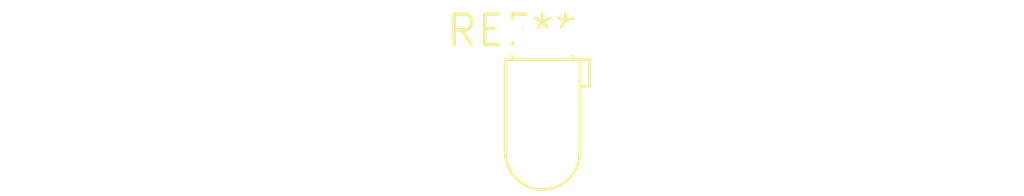
<source format=kicad_pcb>
(kicad_pcb (version 20240108) (generator pcbnew)
  (layers (0 "F.Cu" signal) (31 "B.Cu" signal) (34 "B.Paste" user) (35 "F.Paste" user) (36 "B.SilkS" user "B.Silkscreen") (37 "F.SilkS" user "F.Silkscreen") (38 "B.Mask" user) (39 "F.Mask" user) (44 "Edge.Cuts" user))
  (net 0 "")
  (footprint "LED_D3.0mm_Horizontal_O1.27mm_Z10.0mm" (layer "F.Cu") (at 0 0)
    (property "Reference" "REF**")
    (property "Value" "LED_D3.0mm_Horizontal_O1.27mm_Z10.0mm")
    (fp_line (start -0.29 1.21) (end -0.29 5.07) (layer "F.SilkS") (stroke (width 0.12)))
    (fp_line (start -0.29 1.21) (end 2.83 1.21) (layer "F.SilkS") (stroke (width 0.12)))
    (fp_line (start 0 1.08) (end 0 1.08) (layer "F.SilkS") (stroke (width 0.12)))
    (fp_line (start 0 1.08) (end 0 1.21) (layer "F.SilkS") (stroke (width 0.12)))
    (fp_line (start 0 1.21) (end 0 1.08) (layer "F.SilkS") (stroke (width 0.12)))
    (fp_line (start 0 1.21) (end 0 1.21) (layer "F.SilkS") (stroke (width 0.12)))
    (fp_line (start 2.54 1.08) (end 2.54 1.08) (layer "F.SilkS") (stroke (width 0.12)))
    (fp_line (start 2.54 1.08) (end 2.54 1.21) (layer "F.SilkS") (stroke (width 0.12)))
    (fp_line (start 2.54 1.21) (end 2.54 1.08) (layer "F.SilkS") (stroke (width 0.12)))
    (fp_line (start 2.54 1.21) (end 2.54 1.21) (layer "F.SilkS") (stroke (width 0.12)))
    (fp_line (start 2.83 1.21) (end 2.83 5.07) (layer "F.SilkS") (stroke (width 0.12)))
    (fp_line (start 2.83 1.21) (end 3.23 1.21) (layer "F.SilkS") (stroke (width 0.12)))
    (fp_line (start 2.83 2.33) (end 2.83 1.21) (layer "F.SilkS") (stroke (width 0.12)))
    (fp_line (start 3.23 1.21) (end 3.23 2.33) (layer "F.SilkS") (stroke (width 0.12)))
    (fp_line (start 3.23 2.33) (end 2.83 2.33) (layer "F.SilkS") (stroke (width 0.12)))
    (fp_arc (start 2.83 5.07) (mid 1.27 6.63) (end -0.29 5.07) (layer "F.SilkS") (stroke (width 0.12)))
    (pad "1" thru_hole rect (at 0 0) (size 1.8 1.8) (drill 0.9) (layers *.Cu *.Mask) (remove_unused_layers))
    (pad "2" thru_hole circle (at 2.54 0) (size 1.8 1.8) (drill 0.9) (layers *.Cu *.Mask) (remove_unused_layers))
  )
)
</source>
